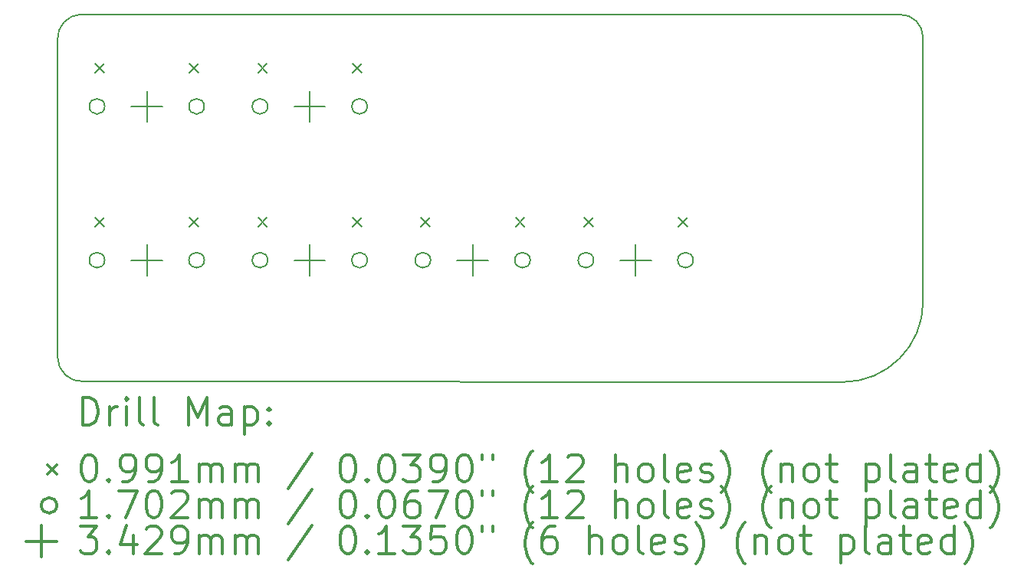
<source format=gbr>
%FSLAX45Y45*%
G04 Gerber Fmt 4.5, Leading zero omitted, Abs format (unit mm)*
G04 Created by KiCad (PCBNEW (5.1.10-1-10_14)) date 2021-10-28 16:10:10*
%MOMM*%
%LPD*%
G01*
G04 APERTURE LIST*
%TA.AperFunction,Profile*%
%ADD10C,0.150000*%
%TD*%
%ADD11C,0.200000*%
%ADD12C,0.300000*%
G04 APERTURE END LIST*
D10*
X12167004Y-6032344D02*
G75*
G02*
X12420000Y-6280000I3149J-249836D01*
G01*
X3149945Y-10089262D02*
G75*
G02*
X2860000Y-9820000I-19945J269262D01*
G01*
X2859288Y-6309993D02*
G75*
G02*
X3120000Y-6030000I269974J9993D01*
G01*
X12421000Y-9207000D02*
G75*
G02*
X11532000Y-10096000I-889000J0D01*
G01*
X11532000Y-10096000D02*
X3149945Y-10089262D01*
X2860000Y-9820000D02*
X2859288Y-6309993D01*
X12167000Y-6032000D02*
X3120000Y-6030000D01*
X12420000Y-6280000D02*
X12421000Y-9207000D01*
D11*
X3274470Y-6578470D02*
X3373530Y-6677530D01*
X3373530Y-6578470D02*
X3274470Y-6677530D01*
X3274470Y-8278470D02*
X3373530Y-8377530D01*
X3373530Y-8278470D02*
X3274470Y-8377530D01*
X4318470Y-6578470D02*
X4417530Y-6677530D01*
X4417530Y-6578470D02*
X4318470Y-6677530D01*
X4318470Y-8278470D02*
X4417530Y-8377530D01*
X4417530Y-8278470D02*
X4318470Y-8377530D01*
X5074470Y-6578470D02*
X5173530Y-6677530D01*
X5173530Y-6578470D02*
X5074470Y-6677530D01*
X5074470Y-8278470D02*
X5173530Y-8377530D01*
X5173530Y-8278470D02*
X5074470Y-8377530D01*
X6118470Y-6578470D02*
X6217530Y-6677530D01*
X6217530Y-6578470D02*
X6118470Y-6677530D01*
X6118470Y-8278470D02*
X6217530Y-8377530D01*
X6217530Y-8278470D02*
X6118470Y-8377530D01*
X6874470Y-8278470D02*
X6973530Y-8377530D01*
X6973530Y-8278470D02*
X6874470Y-8377530D01*
X7918470Y-8278470D02*
X8017530Y-8377530D01*
X8017530Y-8278470D02*
X7918470Y-8377530D01*
X8674470Y-8278470D02*
X8773530Y-8377530D01*
X8773530Y-8278470D02*
X8674470Y-8377530D01*
X9718470Y-8278470D02*
X9817530Y-8377530D01*
X9817530Y-8278470D02*
X9718470Y-8377530D01*
X3381090Y-7048000D02*
G75*
G03*
X3381090Y-7048000I-85090J0D01*
G01*
X3381090Y-8748000D02*
G75*
G03*
X3381090Y-8748000I-85090J0D01*
G01*
X4481090Y-7048000D02*
G75*
G03*
X4481090Y-7048000I-85090J0D01*
G01*
X4481090Y-8748000D02*
G75*
G03*
X4481090Y-8748000I-85090J0D01*
G01*
X5181090Y-7048000D02*
G75*
G03*
X5181090Y-7048000I-85090J0D01*
G01*
X5181090Y-8748000D02*
G75*
G03*
X5181090Y-8748000I-85090J0D01*
G01*
X6281090Y-7048000D02*
G75*
G03*
X6281090Y-7048000I-85090J0D01*
G01*
X6281090Y-8748000D02*
G75*
G03*
X6281090Y-8748000I-85090J0D01*
G01*
X6981090Y-8748000D02*
G75*
G03*
X6981090Y-8748000I-85090J0D01*
G01*
X8081090Y-8748000D02*
G75*
G03*
X8081090Y-8748000I-85090J0D01*
G01*
X8781090Y-8748000D02*
G75*
G03*
X8781090Y-8748000I-85090J0D01*
G01*
X9881090Y-8748000D02*
G75*
G03*
X9881090Y-8748000I-85090J0D01*
G01*
X3846000Y-6876550D02*
X3846000Y-7219450D01*
X3674550Y-7048000D02*
X4017450Y-7048000D01*
X3846000Y-8576550D02*
X3846000Y-8919450D01*
X3674550Y-8748000D02*
X4017450Y-8748000D01*
X5646000Y-6876550D02*
X5646000Y-7219450D01*
X5474550Y-7048000D02*
X5817450Y-7048000D01*
X5646000Y-8576550D02*
X5646000Y-8919450D01*
X5474550Y-8748000D02*
X5817450Y-8748000D01*
X7446000Y-8576550D02*
X7446000Y-8919450D01*
X7274550Y-8748000D02*
X7617450Y-8748000D01*
X9246000Y-8576550D02*
X9246000Y-8919450D01*
X9074550Y-8748000D02*
X9417450Y-8748000D01*
D12*
X3138032Y-10569214D02*
X3138032Y-10269214D01*
X3209460Y-10269214D01*
X3252318Y-10283500D01*
X3280889Y-10312072D01*
X3295175Y-10340643D01*
X3309460Y-10397786D01*
X3309460Y-10440643D01*
X3295175Y-10497786D01*
X3280889Y-10526357D01*
X3252318Y-10554929D01*
X3209460Y-10569214D01*
X3138032Y-10569214D01*
X3438032Y-10569214D02*
X3438032Y-10369214D01*
X3438032Y-10426357D02*
X3452318Y-10397786D01*
X3466603Y-10383500D01*
X3495175Y-10369214D01*
X3523746Y-10369214D01*
X3623746Y-10569214D02*
X3623746Y-10369214D01*
X3623746Y-10269214D02*
X3609460Y-10283500D01*
X3623746Y-10297786D01*
X3638032Y-10283500D01*
X3623746Y-10269214D01*
X3623746Y-10297786D01*
X3809460Y-10569214D02*
X3780889Y-10554929D01*
X3766603Y-10526357D01*
X3766603Y-10269214D01*
X3966603Y-10569214D02*
X3938032Y-10554929D01*
X3923746Y-10526357D01*
X3923746Y-10269214D01*
X4309461Y-10569214D02*
X4309461Y-10269214D01*
X4409461Y-10483500D01*
X4509461Y-10269214D01*
X4509461Y-10569214D01*
X4780889Y-10569214D02*
X4780889Y-10412072D01*
X4766603Y-10383500D01*
X4738032Y-10369214D01*
X4680889Y-10369214D01*
X4652318Y-10383500D01*
X4780889Y-10554929D02*
X4752318Y-10569214D01*
X4680889Y-10569214D01*
X4652318Y-10554929D01*
X4638032Y-10526357D01*
X4638032Y-10497786D01*
X4652318Y-10469214D01*
X4680889Y-10454929D01*
X4752318Y-10454929D01*
X4780889Y-10440643D01*
X4923746Y-10369214D02*
X4923746Y-10669214D01*
X4923746Y-10383500D02*
X4952318Y-10369214D01*
X5009461Y-10369214D01*
X5038032Y-10383500D01*
X5052318Y-10397786D01*
X5066603Y-10426357D01*
X5066603Y-10512072D01*
X5052318Y-10540643D01*
X5038032Y-10554929D01*
X5009461Y-10569214D01*
X4952318Y-10569214D01*
X4923746Y-10554929D01*
X5195175Y-10540643D02*
X5209461Y-10554929D01*
X5195175Y-10569214D01*
X5180889Y-10554929D01*
X5195175Y-10540643D01*
X5195175Y-10569214D01*
X5195175Y-10383500D02*
X5209461Y-10397786D01*
X5195175Y-10412072D01*
X5180889Y-10397786D01*
X5195175Y-10383500D01*
X5195175Y-10412072D01*
X2752543Y-11013970D02*
X2851603Y-11113030D01*
X2851603Y-11013970D02*
X2752543Y-11113030D01*
X3195175Y-10899214D02*
X3223746Y-10899214D01*
X3252318Y-10913500D01*
X3266603Y-10927786D01*
X3280889Y-10956357D01*
X3295175Y-11013500D01*
X3295175Y-11084929D01*
X3280889Y-11142072D01*
X3266603Y-11170643D01*
X3252318Y-11184929D01*
X3223746Y-11199214D01*
X3195175Y-11199214D01*
X3166603Y-11184929D01*
X3152318Y-11170643D01*
X3138032Y-11142072D01*
X3123746Y-11084929D01*
X3123746Y-11013500D01*
X3138032Y-10956357D01*
X3152318Y-10927786D01*
X3166603Y-10913500D01*
X3195175Y-10899214D01*
X3423746Y-11170643D02*
X3438032Y-11184929D01*
X3423746Y-11199214D01*
X3409460Y-11184929D01*
X3423746Y-11170643D01*
X3423746Y-11199214D01*
X3580889Y-11199214D02*
X3638032Y-11199214D01*
X3666603Y-11184929D01*
X3680889Y-11170643D01*
X3709460Y-11127786D01*
X3723746Y-11070643D01*
X3723746Y-10956357D01*
X3709460Y-10927786D01*
X3695175Y-10913500D01*
X3666603Y-10899214D01*
X3609460Y-10899214D01*
X3580889Y-10913500D01*
X3566603Y-10927786D01*
X3552318Y-10956357D01*
X3552318Y-11027786D01*
X3566603Y-11056357D01*
X3580889Y-11070643D01*
X3609460Y-11084929D01*
X3666603Y-11084929D01*
X3695175Y-11070643D01*
X3709460Y-11056357D01*
X3723746Y-11027786D01*
X3866603Y-11199214D02*
X3923746Y-11199214D01*
X3952318Y-11184929D01*
X3966603Y-11170643D01*
X3995175Y-11127786D01*
X4009460Y-11070643D01*
X4009460Y-10956357D01*
X3995175Y-10927786D01*
X3980889Y-10913500D01*
X3952318Y-10899214D01*
X3895175Y-10899214D01*
X3866603Y-10913500D01*
X3852318Y-10927786D01*
X3838032Y-10956357D01*
X3838032Y-11027786D01*
X3852318Y-11056357D01*
X3866603Y-11070643D01*
X3895175Y-11084929D01*
X3952318Y-11084929D01*
X3980889Y-11070643D01*
X3995175Y-11056357D01*
X4009460Y-11027786D01*
X4295175Y-11199214D02*
X4123746Y-11199214D01*
X4209461Y-11199214D02*
X4209461Y-10899214D01*
X4180889Y-10942072D01*
X4152318Y-10970643D01*
X4123746Y-10984929D01*
X4423746Y-11199214D02*
X4423746Y-10999214D01*
X4423746Y-11027786D02*
X4438032Y-11013500D01*
X4466603Y-10999214D01*
X4509461Y-10999214D01*
X4538032Y-11013500D01*
X4552318Y-11042072D01*
X4552318Y-11199214D01*
X4552318Y-11042072D02*
X4566603Y-11013500D01*
X4595175Y-10999214D01*
X4638032Y-10999214D01*
X4666603Y-11013500D01*
X4680889Y-11042072D01*
X4680889Y-11199214D01*
X4823746Y-11199214D02*
X4823746Y-10999214D01*
X4823746Y-11027786D02*
X4838032Y-11013500D01*
X4866603Y-10999214D01*
X4909461Y-10999214D01*
X4938032Y-11013500D01*
X4952318Y-11042072D01*
X4952318Y-11199214D01*
X4952318Y-11042072D02*
X4966603Y-11013500D01*
X4995175Y-10999214D01*
X5038032Y-10999214D01*
X5066603Y-11013500D01*
X5080889Y-11042072D01*
X5080889Y-11199214D01*
X5666603Y-10884929D02*
X5409461Y-11270643D01*
X6052318Y-10899214D02*
X6080889Y-10899214D01*
X6109460Y-10913500D01*
X6123746Y-10927786D01*
X6138032Y-10956357D01*
X6152318Y-11013500D01*
X6152318Y-11084929D01*
X6138032Y-11142072D01*
X6123746Y-11170643D01*
X6109460Y-11184929D01*
X6080889Y-11199214D01*
X6052318Y-11199214D01*
X6023746Y-11184929D01*
X6009460Y-11170643D01*
X5995175Y-11142072D01*
X5980889Y-11084929D01*
X5980889Y-11013500D01*
X5995175Y-10956357D01*
X6009460Y-10927786D01*
X6023746Y-10913500D01*
X6052318Y-10899214D01*
X6280889Y-11170643D02*
X6295175Y-11184929D01*
X6280889Y-11199214D01*
X6266603Y-11184929D01*
X6280889Y-11170643D01*
X6280889Y-11199214D01*
X6480889Y-10899214D02*
X6509460Y-10899214D01*
X6538032Y-10913500D01*
X6552318Y-10927786D01*
X6566603Y-10956357D01*
X6580889Y-11013500D01*
X6580889Y-11084929D01*
X6566603Y-11142072D01*
X6552318Y-11170643D01*
X6538032Y-11184929D01*
X6509460Y-11199214D01*
X6480889Y-11199214D01*
X6452318Y-11184929D01*
X6438032Y-11170643D01*
X6423746Y-11142072D01*
X6409460Y-11084929D01*
X6409460Y-11013500D01*
X6423746Y-10956357D01*
X6438032Y-10927786D01*
X6452318Y-10913500D01*
X6480889Y-10899214D01*
X6680889Y-10899214D02*
X6866603Y-10899214D01*
X6766603Y-11013500D01*
X6809460Y-11013500D01*
X6838032Y-11027786D01*
X6852318Y-11042072D01*
X6866603Y-11070643D01*
X6866603Y-11142072D01*
X6852318Y-11170643D01*
X6838032Y-11184929D01*
X6809460Y-11199214D01*
X6723746Y-11199214D01*
X6695175Y-11184929D01*
X6680889Y-11170643D01*
X7009460Y-11199214D02*
X7066603Y-11199214D01*
X7095175Y-11184929D01*
X7109460Y-11170643D01*
X7138032Y-11127786D01*
X7152318Y-11070643D01*
X7152318Y-10956357D01*
X7138032Y-10927786D01*
X7123746Y-10913500D01*
X7095175Y-10899214D01*
X7038032Y-10899214D01*
X7009460Y-10913500D01*
X6995175Y-10927786D01*
X6980889Y-10956357D01*
X6980889Y-11027786D01*
X6995175Y-11056357D01*
X7009460Y-11070643D01*
X7038032Y-11084929D01*
X7095175Y-11084929D01*
X7123746Y-11070643D01*
X7138032Y-11056357D01*
X7152318Y-11027786D01*
X7338032Y-10899214D02*
X7366603Y-10899214D01*
X7395175Y-10913500D01*
X7409460Y-10927786D01*
X7423746Y-10956357D01*
X7438032Y-11013500D01*
X7438032Y-11084929D01*
X7423746Y-11142072D01*
X7409460Y-11170643D01*
X7395175Y-11184929D01*
X7366603Y-11199214D01*
X7338032Y-11199214D01*
X7309460Y-11184929D01*
X7295175Y-11170643D01*
X7280889Y-11142072D01*
X7266603Y-11084929D01*
X7266603Y-11013500D01*
X7280889Y-10956357D01*
X7295175Y-10927786D01*
X7309460Y-10913500D01*
X7338032Y-10899214D01*
X7552318Y-10899214D02*
X7552318Y-10956357D01*
X7666603Y-10899214D02*
X7666603Y-10956357D01*
X8109460Y-11313500D02*
X8095175Y-11299214D01*
X8066603Y-11256357D01*
X8052318Y-11227786D01*
X8038032Y-11184929D01*
X8023746Y-11113500D01*
X8023746Y-11056357D01*
X8038032Y-10984929D01*
X8052318Y-10942072D01*
X8066603Y-10913500D01*
X8095175Y-10870643D01*
X8109460Y-10856357D01*
X8380889Y-11199214D02*
X8209460Y-11199214D01*
X8295175Y-11199214D02*
X8295175Y-10899214D01*
X8266603Y-10942072D01*
X8238032Y-10970643D01*
X8209460Y-10984929D01*
X8495175Y-10927786D02*
X8509461Y-10913500D01*
X8538032Y-10899214D01*
X8609461Y-10899214D01*
X8638032Y-10913500D01*
X8652318Y-10927786D01*
X8666603Y-10956357D01*
X8666603Y-10984929D01*
X8652318Y-11027786D01*
X8480889Y-11199214D01*
X8666603Y-11199214D01*
X9023746Y-11199214D02*
X9023746Y-10899214D01*
X9152318Y-11199214D02*
X9152318Y-11042072D01*
X9138032Y-11013500D01*
X9109461Y-10999214D01*
X9066603Y-10999214D01*
X9038032Y-11013500D01*
X9023746Y-11027786D01*
X9338032Y-11199214D02*
X9309461Y-11184929D01*
X9295175Y-11170643D01*
X9280889Y-11142072D01*
X9280889Y-11056357D01*
X9295175Y-11027786D01*
X9309461Y-11013500D01*
X9338032Y-10999214D01*
X9380889Y-10999214D01*
X9409461Y-11013500D01*
X9423746Y-11027786D01*
X9438032Y-11056357D01*
X9438032Y-11142072D01*
X9423746Y-11170643D01*
X9409461Y-11184929D01*
X9380889Y-11199214D01*
X9338032Y-11199214D01*
X9609461Y-11199214D02*
X9580889Y-11184929D01*
X9566603Y-11156357D01*
X9566603Y-10899214D01*
X9838032Y-11184929D02*
X9809461Y-11199214D01*
X9752318Y-11199214D01*
X9723746Y-11184929D01*
X9709461Y-11156357D01*
X9709461Y-11042072D01*
X9723746Y-11013500D01*
X9752318Y-10999214D01*
X9809461Y-10999214D01*
X9838032Y-11013500D01*
X9852318Y-11042072D01*
X9852318Y-11070643D01*
X9709461Y-11099214D01*
X9966603Y-11184929D02*
X9995175Y-11199214D01*
X10052318Y-11199214D01*
X10080889Y-11184929D01*
X10095175Y-11156357D01*
X10095175Y-11142072D01*
X10080889Y-11113500D01*
X10052318Y-11099214D01*
X10009461Y-11099214D01*
X9980889Y-11084929D01*
X9966603Y-11056357D01*
X9966603Y-11042072D01*
X9980889Y-11013500D01*
X10009461Y-10999214D01*
X10052318Y-10999214D01*
X10080889Y-11013500D01*
X10195175Y-11313500D02*
X10209461Y-11299214D01*
X10238032Y-11256357D01*
X10252318Y-11227786D01*
X10266603Y-11184929D01*
X10280889Y-11113500D01*
X10280889Y-11056357D01*
X10266603Y-10984929D01*
X10252318Y-10942072D01*
X10238032Y-10913500D01*
X10209461Y-10870643D01*
X10195175Y-10856357D01*
X10738032Y-11313500D02*
X10723746Y-11299214D01*
X10695175Y-11256357D01*
X10680889Y-11227786D01*
X10666603Y-11184929D01*
X10652318Y-11113500D01*
X10652318Y-11056357D01*
X10666603Y-10984929D01*
X10680889Y-10942072D01*
X10695175Y-10913500D01*
X10723746Y-10870643D01*
X10738032Y-10856357D01*
X10852318Y-10999214D02*
X10852318Y-11199214D01*
X10852318Y-11027786D02*
X10866603Y-11013500D01*
X10895175Y-10999214D01*
X10938032Y-10999214D01*
X10966603Y-11013500D01*
X10980889Y-11042072D01*
X10980889Y-11199214D01*
X11166603Y-11199214D02*
X11138032Y-11184929D01*
X11123746Y-11170643D01*
X11109461Y-11142072D01*
X11109461Y-11056357D01*
X11123746Y-11027786D01*
X11138032Y-11013500D01*
X11166603Y-10999214D01*
X11209460Y-10999214D01*
X11238032Y-11013500D01*
X11252318Y-11027786D01*
X11266603Y-11056357D01*
X11266603Y-11142072D01*
X11252318Y-11170643D01*
X11238032Y-11184929D01*
X11209460Y-11199214D01*
X11166603Y-11199214D01*
X11352318Y-10999214D02*
X11466603Y-10999214D01*
X11395175Y-10899214D02*
X11395175Y-11156357D01*
X11409460Y-11184929D01*
X11438032Y-11199214D01*
X11466603Y-11199214D01*
X11795175Y-10999214D02*
X11795175Y-11299214D01*
X11795175Y-11013500D02*
X11823746Y-10999214D01*
X11880889Y-10999214D01*
X11909460Y-11013500D01*
X11923746Y-11027786D01*
X11938032Y-11056357D01*
X11938032Y-11142072D01*
X11923746Y-11170643D01*
X11909460Y-11184929D01*
X11880889Y-11199214D01*
X11823746Y-11199214D01*
X11795175Y-11184929D01*
X12109460Y-11199214D02*
X12080889Y-11184929D01*
X12066603Y-11156357D01*
X12066603Y-10899214D01*
X12352318Y-11199214D02*
X12352318Y-11042072D01*
X12338032Y-11013500D01*
X12309460Y-10999214D01*
X12252318Y-10999214D01*
X12223746Y-11013500D01*
X12352318Y-11184929D02*
X12323746Y-11199214D01*
X12252318Y-11199214D01*
X12223746Y-11184929D01*
X12209460Y-11156357D01*
X12209460Y-11127786D01*
X12223746Y-11099214D01*
X12252318Y-11084929D01*
X12323746Y-11084929D01*
X12352318Y-11070643D01*
X12452318Y-10999214D02*
X12566603Y-10999214D01*
X12495175Y-10899214D02*
X12495175Y-11156357D01*
X12509460Y-11184929D01*
X12538032Y-11199214D01*
X12566603Y-11199214D01*
X12780889Y-11184929D02*
X12752318Y-11199214D01*
X12695175Y-11199214D01*
X12666603Y-11184929D01*
X12652318Y-11156357D01*
X12652318Y-11042072D01*
X12666603Y-11013500D01*
X12695175Y-10999214D01*
X12752318Y-10999214D01*
X12780889Y-11013500D01*
X12795175Y-11042072D01*
X12795175Y-11070643D01*
X12652318Y-11099214D01*
X13052318Y-11199214D02*
X13052318Y-10899214D01*
X13052318Y-11184929D02*
X13023746Y-11199214D01*
X12966603Y-11199214D01*
X12938032Y-11184929D01*
X12923746Y-11170643D01*
X12909460Y-11142072D01*
X12909460Y-11056357D01*
X12923746Y-11027786D01*
X12938032Y-11013500D01*
X12966603Y-10999214D01*
X13023746Y-10999214D01*
X13052318Y-11013500D01*
X13166603Y-11313500D02*
X13180889Y-11299214D01*
X13209460Y-11256357D01*
X13223746Y-11227786D01*
X13238032Y-11184929D01*
X13252318Y-11113500D01*
X13252318Y-11056357D01*
X13238032Y-10984929D01*
X13223746Y-10942072D01*
X13209460Y-10913500D01*
X13180889Y-10870643D01*
X13166603Y-10856357D01*
X2851603Y-11459500D02*
G75*
G03*
X2851603Y-11459500I-85090J0D01*
G01*
X3295175Y-11595214D02*
X3123746Y-11595214D01*
X3209460Y-11595214D02*
X3209460Y-11295214D01*
X3180889Y-11338071D01*
X3152318Y-11366643D01*
X3123746Y-11380929D01*
X3423746Y-11566643D02*
X3438032Y-11580929D01*
X3423746Y-11595214D01*
X3409460Y-11580929D01*
X3423746Y-11566643D01*
X3423746Y-11595214D01*
X3538032Y-11295214D02*
X3738032Y-11295214D01*
X3609460Y-11595214D01*
X3909460Y-11295214D02*
X3938032Y-11295214D01*
X3966603Y-11309500D01*
X3980889Y-11323786D01*
X3995175Y-11352357D01*
X4009460Y-11409500D01*
X4009460Y-11480929D01*
X3995175Y-11538071D01*
X3980889Y-11566643D01*
X3966603Y-11580929D01*
X3938032Y-11595214D01*
X3909460Y-11595214D01*
X3880889Y-11580929D01*
X3866603Y-11566643D01*
X3852318Y-11538071D01*
X3838032Y-11480929D01*
X3838032Y-11409500D01*
X3852318Y-11352357D01*
X3866603Y-11323786D01*
X3880889Y-11309500D01*
X3909460Y-11295214D01*
X4123746Y-11323786D02*
X4138032Y-11309500D01*
X4166603Y-11295214D01*
X4238032Y-11295214D01*
X4266603Y-11309500D01*
X4280889Y-11323786D01*
X4295175Y-11352357D01*
X4295175Y-11380929D01*
X4280889Y-11423786D01*
X4109460Y-11595214D01*
X4295175Y-11595214D01*
X4423746Y-11595214D02*
X4423746Y-11395214D01*
X4423746Y-11423786D02*
X4438032Y-11409500D01*
X4466603Y-11395214D01*
X4509461Y-11395214D01*
X4538032Y-11409500D01*
X4552318Y-11438071D01*
X4552318Y-11595214D01*
X4552318Y-11438071D02*
X4566603Y-11409500D01*
X4595175Y-11395214D01*
X4638032Y-11395214D01*
X4666603Y-11409500D01*
X4680889Y-11438071D01*
X4680889Y-11595214D01*
X4823746Y-11595214D02*
X4823746Y-11395214D01*
X4823746Y-11423786D02*
X4838032Y-11409500D01*
X4866603Y-11395214D01*
X4909461Y-11395214D01*
X4938032Y-11409500D01*
X4952318Y-11438071D01*
X4952318Y-11595214D01*
X4952318Y-11438071D02*
X4966603Y-11409500D01*
X4995175Y-11395214D01*
X5038032Y-11395214D01*
X5066603Y-11409500D01*
X5080889Y-11438071D01*
X5080889Y-11595214D01*
X5666603Y-11280929D02*
X5409461Y-11666643D01*
X6052318Y-11295214D02*
X6080889Y-11295214D01*
X6109460Y-11309500D01*
X6123746Y-11323786D01*
X6138032Y-11352357D01*
X6152318Y-11409500D01*
X6152318Y-11480929D01*
X6138032Y-11538071D01*
X6123746Y-11566643D01*
X6109460Y-11580929D01*
X6080889Y-11595214D01*
X6052318Y-11595214D01*
X6023746Y-11580929D01*
X6009460Y-11566643D01*
X5995175Y-11538071D01*
X5980889Y-11480929D01*
X5980889Y-11409500D01*
X5995175Y-11352357D01*
X6009460Y-11323786D01*
X6023746Y-11309500D01*
X6052318Y-11295214D01*
X6280889Y-11566643D02*
X6295175Y-11580929D01*
X6280889Y-11595214D01*
X6266603Y-11580929D01*
X6280889Y-11566643D01*
X6280889Y-11595214D01*
X6480889Y-11295214D02*
X6509460Y-11295214D01*
X6538032Y-11309500D01*
X6552318Y-11323786D01*
X6566603Y-11352357D01*
X6580889Y-11409500D01*
X6580889Y-11480929D01*
X6566603Y-11538071D01*
X6552318Y-11566643D01*
X6538032Y-11580929D01*
X6509460Y-11595214D01*
X6480889Y-11595214D01*
X6452318Y-11580929D01*
X6438032Y-11566643D01*
X6423746Y-11538071D01*
X6409460Y-11480929D01*
X6409460Y-11409500D01*
X6423746Y-11352357D01*
X6438032Y-11323786D01*
X6452318Y-11309500D01*
X6480889Y-11295214D01*
X6838032Y-11295214D02*
X6780889Y-11295214D01*
X6752318Y-11309500D01*
X6738032Y-11323786D01*
X6709460Y-11366643D01*
X6695175Y-11423786D01*
X6695175Y-11538071D01*
X6709460Y-11566643D01*
X6723746Y-11580929D01*
X6752318Y-11595214D01*
X6809460Y-11595214D01*
X6838032Y-11580929D01*
X6852318Y-11566643D01*
X6866603Y-11538071D01*
X6866603Y-11466643D01*
X6852318Y-11438071D01*
X6838032Y-11423786D01*
X6809460Y-11409500D01*
X6752318Y-11409500D01*
X6723746Y-11423786D01*
X6709460Y-11438071D01*
X6695175Y-11466643D01*
X6966603Y-11295214D02*
X7166603Y-11295214D01*
X7038032Y-11595214D01*
X7338032Y-11295214D02*
X7366603Y-11295214D01*
X7395175Y-11309500D01*
X7409460Y-11323786D01*
X7423746Y-11352357D01*
X7438032Y-11409500D01*
X7438032Y-11480929D01*
X7423746Y-11538071D01*
X7409460Y-11566643D01*
X7395175Y-11580929D01*
X7366603Y-11595214D01*
X7338032Y-11595214D01*
X7309460Y-11580929D01*
X7295175Y-11566643D01*
X7280889Y-11538071D01*
X7266603Y-11480929D01*
X7266603Y-11409500D01*
X7280889Y-11352357D01*
X7295175Y-11323786D01*
X7309460Y-11309500D01*
X7338032Y-11295214D01*
X7552318Y-11295214D02*
X7552318Y-11352357D01*
X7666603Y-11295214D02*
X7666603Y-11352357D01*
X8109460Y-11709500D02*
X8095175Y-11695214D01*
X8066603Y-11652357D01*
X8052318Y-11623786D01*
X8038032Y-11580929D01*
X8023746Y-11509500D01*
X8023746Y-11452357D01*
X8038032Y-11380929D01*
X8052318Y-11338071D01*
X8066603Y-11309500D01*
X8095175Y-11266643D01*
X8109460Y-11252357D01*
X8380889Y-11595214D02*
X8209460Y-11595214D01*
X8295175Y-11595214D02*
X8295175Y-11295214D01*
X8266603Y-11338071D01*
X8238032Y-11366643D01*
X8209460Y-11380929D01*
X8495175Y-11323786D02*
X8509461Y-11309500D01*
X8538032Y-11295214D01*
X8609461Y-11295214D01*
X8638032Y-11309500D01*
X8652318Y-11323786D01*
X8666603Y-11352357D01*
X8666603Y-11380929D01*
X8652318Y-11423786D01*
X8480889Y-11595214D01*
X8666603Y-11595214D01*
X9023746Y-11595214D02*
X9023746Y-11295214D01*
X9152318Y-11595214D02*
X9152318Y-11438071D01*
X9138032Y-11409500D01*
X9109461Y-11395214D01*
X9066603Y-11395214D01*
X9038032Y-11409500D01*
X9023746Y-11423786D01*
X9338032Y-11595214D02*
X9309461Y-11580929D01*
X9295175Y-11566643D01*
X9280889Y-11538071D01*
X9280889Y-11452357D01*
X9295175Y-11423786D01*
X9309461Y-11409500D01*
X9338032Y-11395214D01*
X9380889Y-11395214D01*
X9409461Y-11409500D01*
X9423746Y-11423786D01*
X9438032Y-11452357D01*
X9438032Y-11538071D01*
X9423746Y-11566643D01*
X9409461Y-11580929D01*
X9380889Y-11595214D01*
X9338032Y-11595214D01*
X9609461Y-11595214D02*
X9580889Y-11580929D01*
X9566603Y-11552357D01*
X9566603Y-11295214D01*
X9838032Y-11580929D02*
X9809461Y-11595214D01*
X9752318Y-11595214D01*
X9723746Y-11580929D01*
X9709461Y-11552357D01*
X9709461Y-11438071D01*
X9723746Y-11409500D01*
X9752318Y-11395214D01*
X9809461Y-11395214D01*
X9838032Y-11409500D01*
X9852318Y-11438071D01*
X9852318Y-11466643D01*
X9709461Y-11495214D01*
X9966603Y-11580929D02*
X9995175Y-11595214D01*
X10052318Y-11595214D01*
X10080889Y-11580929D01*
X10095175Y-11552357D01*
X10095175Y-11538071D01*
X10080889Y-11509500D01*
X10052318Y-11495214D01*
X10009461Y-11495214D01*
X9980889Y-11480929D01*
X9966603Y-11452357D01*
X9966603Y-11438071D01*
X9980889Y-11409500D01*
X10009461Y-11395214D01*
X10052318Y-11395214D01*
X10080889Y-11409500D01*
X10195175Y-11709500D02*
X10209461Y-11695214D01*
X10238032Y-11652357D01*
X10252318Y-11623786D01*
X10266603Y-11580929D01*
X10280889Y-11509500D01*
X10280889Y-11452357D01*
X10266603Y-11380929D01*
X10252318Y-11338071D01*
X10238032Y-11309500D01*
X10209461Y-11266643D01*
X10195175Y-11252357D01*
X10738032Y-11709500D02*
X10723746Y-11695214D01*
X10695175Y-11652357D01*
X10680889Y-11623786D01*
X10666603Y-11580929D01*
X10652318Y-11509500D01*
X10652318Y-11452357D01*
X10666603Y-11380929D01*
X10680889Y-11338071D01*
X10695175Y-11309500D01*
X10723746Y-11266643D01*
X10738032Y-11252357D01*
X10852318Y-11395214D02*
X10852318Y-11595214D01*
X10852318Y-11423786D02*
X10866603Y-11409500D01*
X10895175Y-11395214D01*
X10938032Y-11395214D01*
X10966603Y-11409500D01*
X10980889Y-11438071D01*
X10980889Y-11595214D01*
X11166603Y-11595214D02*
X11138032Y-11580929D01*
X11123746Y-11566643D01*
X11109461Y-11538071D01*
X11109461Y-11452357D01*
X11123746Y-11423786D01*
X11138032Y-11409500D01*
X11166603Y-11395214D01*
X11209460Y-11395214D01*
X11238032Y-11409500D01*
X11252318Y-11423786D01*
X11266603Y-11452357D01*
X11266603Y-11538071D01*
X11252318Y-11566643D01*
X11238032Y-11580929D01*
X11209460Y-11595214D01*
X11166603Y-11595214D01*
X11352318Y-11395214D02*
X11466603Y-11395214D01*
X11395175Y-11295214D02*
X11395175Y-11552357D01*
X11409460Y-11580929D01*
X11438032Y-11595214D01*
X11466603Y-11595214D01*
X11795175Y-11395214D02*
X11795175Y-11695214D01*
X11795175Y-11409500D02*
X11823746Y-11395214D01*
X11880889Y-11395214D01*
X11909460Y-11409500D01*
X11923746Y-11423786D01*
X11938032Y-11452357D01*
X11938032Y-11538071D01*
X11923746Y-11566643D01*
X11909460Y-11580929D01*
X11880889Y-11595214D01*
X11823746Y-11595214D01*
X11795175Y-11580929D01*
X12109460Y-11595214D02*
X12080889Y-11580929D01*
X12066603Y-11552357D01*
X12066603Y-11295214D01*
X12352318Y-11595214D02*
X12352318Y-11438071D01*
X12338032Y-11409500D01*
X12309460Y-11395214D01*
X12252318Y-11395214D01*
X12223746Y-11409500D01*
X12352318Y-11580929D02*
X12323746Y-11595214D01*
X12252318Y-11595214D01*
X12223746Y-11580929D01*
X12209460Y-11552357D01*
X12209460Y-11523786D01*
X12223746Y-11495214D01*
X12252318Y-11480929D01*
X12323746Y-11480929D01*
X12352318Y-11466643D01*
X12452318Y-11395214D02*
X12566603Y-11395214D01*
X12495175Y-11295214D02*
X12495175Y-11552357D01*
X12509460Y-11580929D01*
X12538032Y-11595214D01*
X12566603Y-11595214D01*
X12780889Y-11580929D02*
X12752318Y-11595214D01*
X12695175Y-11595214D01*
X12666603Y-11580929D01*
X12652318Y-11552357D01*
X12652318Y-11438071D01*
X12666603Y-11409500D01*
X12695175Y-11395214D01*
X12752318Y-11395214D01*
X12780889Y-11409500D01*
X12795175Y-11438071D01*
X12795175Y-11466643D01*
X12652318Y-11495214D01*
X13052318Y-11595214D02*
X13052318Y-11295214D01*
X13052318Y-11580929D02*
X13023746Y-11595214D01*
X12966603Y-11595214D01*
X12938032Y-11580929D01*
X12923746Y-11566643D01*
X12909460Y-11538071D01*
X12909460Y-11452357D01*
X12923746Y-11423786D01*
X12938032Y-11409500D01*
X12966603Y-11395214D01*
X13023746Y-11395214D01*
X13052318Y-11409500D01*
X13166603Y-11709500D02*
X13180889Y-11695214D01*
X13209460Y-11652357D01*
X13223746Y-11623786D01*
X13238032Y-11580929D01*
X13252318Y-11509500D01*
X13252318Y-11452357D01*
X13238032Y-11380929D01*
X13223746Y-11338071D01*
X13209460Y-11309500D01*
X13180889Y-11266643D01*
X13166603Y-11252357D01*
X2680153Y-11684050D02*
X2680153Y-12026950D01*
X2508703Y-11855500D02*
X2851603Y-11855500D01*
X3109460Y-11691214D02*
X3295175Y-11691214D01*
X3195175Y-11805500D01*
X3238032Y-11805500D01*
X3266603Y-11819786D01*
X3280889Y-11834071D01*
X3295175Y-11862643D01*
X3295175Y-11934071D01*
X3280889Y-11962643D01*
X3266603Y-11976929D01*
X3238032Y-11991214D01*
X3152318Y-11991214D01*
X3123746Y-11976929D01*
X3109460Y-11962643D01*
X3423746Y-11962643D02*
X3438032Y-11976929D01*
X3423746Y-11991214D01*
X3409460Y-11976929D01*
X3423746Y-11962643D01*
X3423746Y-11991214D01*
X3695175Y-11791214D02*
X3695175Y-11991214D01*
X3623746Y-11676929D02*
X3552318Y-11891214D01*
X3738032Y-11891214D01*
X3838032Y-11719786D02*
X3852318Y-11705500D01*
X3880889Y-11691214D01*
X3952318Y-11691214D01*
X3980889Y-11705500D01*
X3995175Y-11719786D01*
X4009460Y-11748357D01*
X4009460Y-11776929D01*
X3995175Y-11819786D01*
X3823746Y-11991214D01*
X4009460Y-11991214D01*
X4152318Y-11991214D02*
X4209461Y-11991214D01*
X4238032Y-11976929D01*
X4252318Y-11962643D01*
X4280889Y-11919786D01*
X4295175Y-11862643D01*
X4295175Y-11748357D01*
X4280889Y-11719786D01*
X4266603Y-11705500D01*
X4238032Y-11691214D01*
X4180889Y-11691214D01*
X4152318Y-11705500D01*
X4138032Y-11719786D01*
X4123746Y-11748357D01*
X4123746Y-11819786D01*
X4138032Y-11848357D01*
X4152318Y-11862643D01*
X4180889Y-11876929D01*
X4238032Y-11876929D01*
X4266603Y-11862643D01*
X4280889Y-11848357D01*
X4295175Y-11819786D01*
X4423746Y-11991214D02*
X4423746Y-11791214D01*
X4423746Y-11819786D02*
X4438032Y-11805500D01*
X4466603Y-11791214D01*
X4509461Y-11791214D01*
X4538032Y-11805500D01*
X4552318Y-11834071D01*
X4552318Y-11991214D01*
X4552318Y-11834071D02*
X4566603Y-11805500D01*
X4595175Y-11791214D01*
X4638032Y-11791214D01*
X4666603Y-11805500D01*
X4680889Y-11834071D01*
X4680889Y-11991214D01*
X4823746Y-11991214D02*
X4823746Y-11791214D01*
X4823746Y-11819786D02*
X4838032Y-11805500D01*
X4866603Y-11791214D01*
X4909461Y-11791214D01*
X4938032Y-11805500D01*
X4952318Y-11834071D01*
X4952318Y-11991214D01*
X4952318Y-11834071D02*
X4966603Y-11805500D01*
X4995175Y-11791214D01*
X5038032Y-11791214D01*
X5066603Y-11805500D01*
X5080889Y-11834071D01*
X5080889Y-11991214D01*
X5666603Y-11676929D02*
X5409461Y-12062643D01*
X6052318Y-11691214D02*
X6080889Y-11691214D01*
X6109460Y-11705500D01*
X6123746Y-11719786D01*
X6138032Y-11748357D01*
X6152318Y-11805500D01*
X6152318Y-11876929D01*
X6138032Y-11934071D01*
X6123746Y-11962643D01*
X6109460Y-11976929D01*
X6080889Y-11991214D01*
X6052318Y-11991214D01*
X6023746Y-11976929D01*
X6009460Y-11962643D01*
X5995175Y-11934071D01*
X5980889Y-11876929D01*
X5980889Y-11805500D01*
X5995175Y-11748357D01*
X6009460Y-11719786D01*
X6023746Y-11705500D01*
X6052318Y-11691214D01*
X6280889Y-11962643D02*
X6295175Y-11976929D01*
X6280889Y-11991214D01*
X6266603Y-11976929D01*
X6280889Y-11962643D01*
X6280889Y-11991214D01*
X6580889Y-11991214D02*
X6409460Y-11991214D01*
X6495175Y-11991214D02*
X6495175Y-11691214D01*
X6466603Y-11734071D01*
X6438032Y-11762643D01*
X6409460Y-11776929D01*
X6680889Y-11691214D02*
X6866603Y-11691214D01*
X6766603Y-11805500D01*
X6809460Y-11805500D01*
X6838032Y-11819786D01*
X6852318Y-11834071D01*
X6866603Y-11862643D01*
X6866603Y-11934071D01*
X6852318Y-11962643D01*
X6838032Y-11976929D01*
X6809460Y-11991214D01*
X6723746Y-11991214D01*
X6695175Y-11976929D01*
X6680889Y-11962643D01*
X7138032Y-11691214D02*
X6995175Y-11691214D01*
X6980889Y-11834071D01*
X6995175Y-11819786D01*
X7023746Y-11805500D01*
X7095175Y-11805500D01*
X7123746Y-11819786D01*
X7138032Y-11834071D01*
X7152318Y-11862643D01*
X7152318Y-11934071D01*
X7138032Y-11962643D01*
X7123746Y-11976929D01*
X7095175Y-11991214D01*
X7023746Y-11991214D01*
X6995175Y-11976929D01*
X6980889Y-11962643D01*
X7338032Y-11691214D02*
X7366603Y-11691214D01*
X7395175Y-11705500D01*
X7409460Y-11719786D01*
X7423746Y-11748357D01*
X7438032Y-11805500D01*
X7438032Y-11876929D01*
X7423746Y-11934071D01*
X7409460Y-11962643D01*
X7395175Y-11976929D01*
X7366603Y-11991214D01*
X7338032Y-11991214D01*
X7309460Y-11976929D01*
X7295175Y-11962643D01*
X7280889Y-11934071D01*
X7266603Y-11876929D01*
X7266603Y-11805500D01*
X7280889Y-11748357D01*
X7295175Y-11719786D01*
X7309460Y-11705500D01*
X7338032Y-11691214D01*
X7552318Y-11691214D02*
X7552318Y-11748357D01*
X7666603Y-11691214D02*
X7666603Y-11748357D01*
X8109460Y-12105500D02*
X8095175Y-12091214D01*
X8066603Y-12048357D01*
X8052318Y-12019786D01*
X8038032Y-11976929D01*
X8023746Y-11905500D01*
X8023746Y-11848357D01*
X8038032Y-11776929D01*
X8052318Y-11734071D01*
X8066603Y-11705500D01*
X8095175Y-11662643D01*
X8109460Y-11648357D01*
X8352318Y-11691214D02*
X8295175Y-11691214D01*
X8266603Y-11705500D01*
X8252318Y-11719786D01*
X8223746Y-11762643D01*
X8209460Y-11819786D01*
X8209460Y-11934071D01*
X8223746Y-11962643D01*
X8238032Y-11976929D01*
X8266603Y-11991214D01*
X8323746Y-11991214D01*
X8352318Y-11976929D01*
X8366603Y-11962643D01*
X8380889Y-11934071D01*
X8380889Y-11862643D01*
X8366603Y-11834071D01*
X8352318Y-11819786D01*
X8323746Y-11805500D01*
X8266603Y-11805500D01*
X8238032Y-11819786D01*
X8223746Y-11834071D01*
X8209460Y-11862643D01*
X8738032Y-11991214D02*
X8738032Y-11691214D01*
X8866603Y-11991214D02*
X8866603Y-11834071D01*
X8852318Y-11805500D01*
X8823746Y-11791214D01*
X8780889Y-11791214D01*
X8752318Y-11805500D01*
X8738032Y-11819786D01*
X9052318Y-11991214D02*
X9023746Y-11976929D01*
X9009461Y-11962643D01*
X8995175Y-11934071D01*
X8995175Y-11848357D01*
X9009461Y-11819786D01*
X9023746Y-11805500D01*
X9052318Y-11791214D01*
X9095175Y-11791214D01*
X9123746Y-11805500D01*
X9138032Y-11819786D01*
X9152318Y-11848357D01*
X9152318Y-11934071D01*
X9138032Y-11962643D01*
X9123746Y-11976929D01*
X9095175Y-11991214D01*
X9052318Y-11991214D01*
X9323746Y-11991214D02*
X9295175Y-11976929D01*
X9280889Y-11948357D01*
X9280889Y-11691214D01*
X9552318Y-11976929D02*
X9523746Y-11991214D01*
X9466603Y-11991214D01*
X9438032Y-11976929D01*
X9423746Y-11948357D01*
X9423746Y-11834071D01*
X9438032Y-11805500D01*
X9466603Y-11791214D01*
X9523746Y-11791214D01*
X9552318Y-11805500D01*
X9566603Y-11834071D01*
X9566603Y-11862643D01*
X9423746Y-11891214D01*
X9680889Y-11976929D02*
X9709461Y-11991214D01*
X9766603Y-11991214D01*
X9795175Y-11976929D01*
X9809461Y-11948357D01*
X9809461Y-11934071D01*
X9795175Y-11905500D01*
X9766603Y-11891214D01*
X9723746Y-11891214D01*
X9695175Y-11876929D01*
X9680889Y-11848357D01*
X9680889Y-11834071D01*
X9695175Y-11805500D01*
X9723746Y-11791214D01*
X9766603Y-11791214D01*
X9795175Y-11805500D01*
X9909461Y-12105500D02*
X9923746Y-12091214D01*
X9952318Y-12048357D01*
X9966603Y-12019786D01*
X9980889Y-11976929D01*
X9995175Y-11905500D01*
X9995175Y-11848357D01*
X9980889Y-11776929D01*
X9966603Y-11734071D01*
X9952318Y-11705500D01*
X9923746Y-11662643D01*
X9909461Y-11648357D01*
X10452318Y-12105500D02*
X10438032Y-12091214D01*
X10409461Y-12048357D01*
X10395175Y-12019786D01*
X10380889Y-11976929D01*
X10366603Y-11905500D01*
X10366603Y-11848357D01*
X10380889Y-11776929D01*
X10395175Y-11734071D01*
X10409461Y-11705500D01*
X10438032Y-11662643D01*
X10452318Y-11648357D01*
X10566603Y-11791214D02*
X10566603Y-11991214D01*
X10566603Y-11819786D02*
X10580889Y-11805500D01*
X10609461Y-11791214D01*
X10652318Y-11791214D01*
X10680889Y-11805500D01*
X10695175Y-11834071D01*
X10695175Y-11991214D01*
X10880889Y-11991214D02*
X10852318Y-11976929D01*
X10838032Y-11962643D01*
X10823746Y-11934071D01*
X10823746Y-11848357D01*
X10838032Y-11819786D01*
X10852318Y-11805500D01*
X10880889Y-11791214D01*
X10923746Y-11791214D01*
X10952318Y-11805500D01*
X10966603Y-11819786D01*
X10980889Y-11848357D01*
X10980889Y-11934071D01*
X10966603Y-11962643D01*
X10952318Y-11976929D01*
X10923746Y-11991214D01*
X10880889Y-11991214D01*
X11066603Y-11791214D02*
X11180889Y-11791214D01*
X11109461Y-11691214D02*
X11109461Y-11948357D01*
X11123746Y-11976929D01*
X11152318Y-11991214D01*
X11180889Y-11991214D01*
X11509460Y-11791214D02*
X11509460Y-12091214D01*
X11509460Y-11805500D02*
X11538032Y-11791214D01*
X11595175Y-11791214D01*
X11623746Y-11805500D01*
X11638032Y-11819786D01*
X11652318Y-11848357D01*
X11652318Y-11934071D01*
X11638032Y-11962643D01*
X11623746Y-11976929D01*
X11595175Y-11991214D01*
X11538032Y-11991214D01*
X11509460Y-11976929D01*
X11823746Y-11991214D02*
X11795175Y-11976929D01*
X11780889Y-11948357D01*
X11780889Y-11691214D01*
X12066603Y-11991214D02*
X12066603Y-11834071D01*
X12052318Y-11805500D01*
X12023746Y-11791214D01*
X11966603Y-11791214D01*
X11938032Y-11805500D01*
X12066603Y-11976929D02*
X12038032Y-11991214D01*
X11966603Y-11991214D01*
X11938032Y-11976929D01*
X11923746Y-11948357D01*
X11923746Y-11919786D01*
X11938032Y-11891214D01*
X11966603Y-11876929D01*
X12038032Y-11876929D01*
X12066603Y-11862643D01*
X12166603Y-11791214D02*
X12280889Y-11791214D01*
X12209460Y-11691214D02*
X12209460Y-11948357D01*
X12223746Y-11976929D01*
X12252318Y-11991214D01*
X12280889Y-11991214D01*
X12495175Y-11976929D02*
X12466603Y-11991214D01*
X12409460Y-11991214D01*
X12380889Y-11976929D01*
X12366603Y-11948357D01*
X12366603Y-11834071D01*
X12380889Y-11805500D01*
X12409460Y-11791214D01*
X12466603Y-11791214D01*
X12495175Y-11805500D01*
X12509460Y-11834071D01*
X12509460Y-11862643D01*
X12366603Y-11891214D01*
X12766603Y-11991214D02*
X12766603Y-11691214D01*
X12766603Y-11976929D02*
X12738032Y-11991214D01*
X12680889Y-11991214D01*
X12652318Y-11976929D01*
X12638032Y-11962643D01*
X12623746Y-11934071D01*
X12623746Y-11848357D01*
X12638032Y-11819786D01*
X12652318Y-11805500D01*
X12680889Y-11791214D01*
X12738032Y-11791214D01*
X12766603Y-11805500D01*
X12880889Y-12105500D02*
X12895175Y-12091214D01*
X12923746Y-12048357D01*
X12938032Y-12019786D01*
X12952318Y-11976929D01*
X12966603Y-11905500D01*
X12966603Y-11848357D01*
X12952318Y-11776929D01*
X12938032Y-11734071D01*
X12923746Y-11705500D01*
X12895175Y-11662643D01*
X12880889Y-11648357D01*
M02*

</source>
